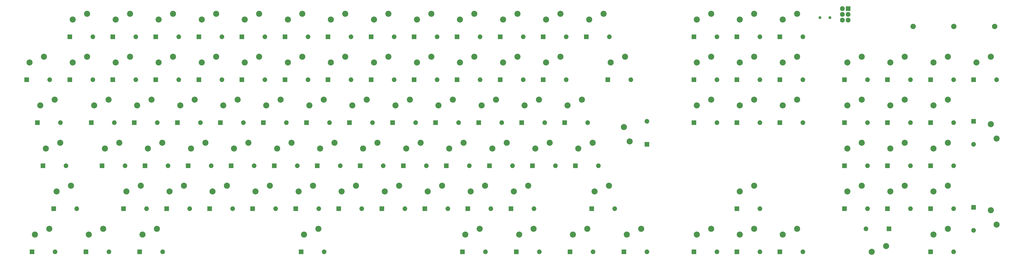
<source format=gbr>
G04 #@! TF.FileFunction,Soldermask,Top*
%FSLAX46Y46*%
G04 Gerber Fmt 4.6, Leading zero omitted, Abs format (unit mm)*
G04 Created by KiCad (PCBNEW 4.0.4-stable) date Wed Dec 14 22:22:49 2016*
%MOMM*%
%LPD*%
G01*
G04 APERTURE LIST*
%ADD10C,0.100000*%
%ADD11C,2.686000*%
%ADD12C,2.051000*%
%ADD13R,2.051000X2.051000*%
%ADD14C,1.299160*%
%ADD15R,2.127200X2.127200*%
%ADD16O,2.127200X2.127200*%
%ADD17C,2.380000*%
G04 APERTURE END LIST*
D10*
D11*
X516326000Y-183342000D03*
X509976000Y-185882000D03*
X497326000Y-183342000D03*
X490976000Y-185882000D03*
X478326000Y-183342000D03*
X471976000Y-185882000D03*
X459326000Y-183342000D03*
X452976000Y-185882000D03*
X497326000Y-202342000D03*
X490976000Y-204882000D03*
X478326000Y-202342000D03*
X471976000Y-204882000D03*
X459326000Y-202342000D03*
X452976000Y-204882000D03*
X497326000Y-221342000D03*
X490976000Y-223882000D03*
X478326000Y-221342000D03*
X471976000Y-223882000D03*
X459326000Y-221342000D03*
X452976000Y-223882000D03*
X497326000Y-240342000D03*
X490976000Y-242882000D03*
X478326000Y-240342000D03*
X471976000Y-242882000D03*
X459326000Y-240342000D03*
X452976000Y-242882000D03*
X497326000Y-259342000D03*
X490976000Y-261882000D03*
X430826000Y-164342000D03*
X424476000Y-166882000D03*
X411826000Y-164342000D03*
X405476000Y-166882000D03*
X392826000Y-164342000D03*
X386476000Y-166882000D03*
X392826000Y-202342000D03*
X386476000Y-204882000D03*
X411826000Y-202342000D03*
X405476000Y-204882000D03*
X430826000Y-202342000D03*
X424476000Y-204882000D03*
X430826000Y-183342000D03*
X424476000Y-185882000D03*
X411826000Y-183342000D03*
X405476000Y-185882000D03*
X345326000Y-164342000D03*
X338976000Y-166882000D03*
X326326000Y-164342000D03*
X319976000Y-166882000D03*
X307326000Y-164342000D03*
X300976000Y-166882000D03*
X288326000Y-164342000D03*
X281976000Y-166882000D03*
X269326000Y-164342000D03*
X262976000Y-166882000D03*
X250326000Y-164342000D03*
X243976000Y-166882000D03*
X231326000Y-164342000D03*
X224976000Y-166882000D03*
X212326000Y-164342000D03*
X205976000Y-166882000D03*
X193326000Y-164342000D03*
X186976000Y-166882000D03*
X174326000Y-164342000D03*
X167976000Y-166882000D03*
X155326000Y-164342000D03*
X148976000Y-166882000D03*
X136326000Y-164342000D03*
X129976000Y-166882000D03*
X100701000Y-259342000D03*
X94351000Y-261882000D03*
X361951000Y-259342000D03*
X355601000Y-261882000D03*
X338201000Y-259342000D03*
X331851000Y-261882000D03*
X314451000Y-259342000D03*
X308101000Y-261882000D03*
X290701000Y-259342000D03*
X284351000Y-261882000D03*
X148201000Y-259342000D03*
X141851000Y-261882000D03*
X124451000Y-259342000D03*
X118101000Y-261882000D03*
X312076000Y-240342000D03*
X305726000Y-242882000D03*
X293076000Y-240342000D03*
X286726000Y-242882000D03*
X274076000Y-240342000D03*
X267726000Y-242882000D03*
X255076000Y-240342000D03*
X248726000Y-242882000D03*
X236076000Y-240342000D03*
X229726000Y-242882000D03*
X217076000Y-240342000D03*
X210726000Y-242882000D03*
X198076000Y-240342000D03*
X191726000Y-242882000D03*
X179076000Y-240342000D03*
X172726000Y-242882000D03*
X160076000Y-240342000D03*
X153726000Y-242882000D03*
X141076000Y-240342000D03*
X134726000Y-242882000D03*
X340576000Y-221342000D03*
X334226000Y-223882000D03*
X321576000Y-221342000D03*
X315226000Y-223882000D03*
X302576000Y-221342000D03*
X296226000Y-223882000D03*
X283576000Y-221342000D03*
X277226000Y-223882000D03*
X264576000Y-221342000D03*
X258226000Y-223882000D03*
X245576000Y-221342000D03*
X239226000Y-223882000D03*
X226576000Y-221342000D03*
X220226000Y-223882000D03*
X207576000Y-221342000D03*
X201226000Y-223882000D03*
X188576000Y-221342000D03*
X182226000Y-223882000D03*
X169576000Y-221342000D03*
X163226000Y-223882000D03*
X150576000Y-221342000D03*
X144226000Y-223882000D03*
X131576000Y-221342000D03*
X125226000Y-223882000D03*
X335826000Y-202342000D03*
X329476000Y-204882000D03*
X297826000Y-202342000D03*
X291476000Y-204882000D03*
X316826000Y-202342000D03*
X310476000Y-204882000D03*
X278826000Y-202342000D03*
X272476000Y-204882000D03*
X259826000Y-202342000D03*
X253476000Y-204882000D03*
X240826000Y-202342000D03*
X234476000Y-204882000D03*
X221826000Y-202342000D03*
X215476000Y-204882000D03*
X202826000Y-202342000D03*
X196476000Y-204882000D03*
X183826000Y-202342000D03*
X177476000Y-204882000D03*
X164826000Y-202342000D03*
X158476000Y-204882000D03*
X145826000Y-202342000D03*
X139476000Y-204882000D03*
X126826000Y-202342000D03*
X120476000Y-204882000D03*
X326326000Y-183342000D03*
X319976000Y-185882000D03*
X307326000Y-183342000D03*
X300976000Y-185882000D03*
X288326000Y-183342000D03*
X281976000Y-185882000D03*
X269326000Y-183342000D03*
X262976000Y-185882000D03*
X250326000Y-183342000D03*
X243976000Y-185882000D03*
X212326000Y-183342000D03*
X205976000Y-185882000D03*
X193326000Y-183342000D03*
X186976000Y-185882000D03*
X155326000Y-183342000D03*
X148976000Y-185882000D03*
X117326000Y-183342000D03*
X110976000Y-185882000D03*
X136326000Y-183342000D03*
X129976000Y-185882000D03*
X174326000Y-183342000D03*
X167976000Y-185882000D03*
X98326000Y-183342000D03*
X91976000Y-185882000D03*
X231326000Y-183342000D03*
X224976000Y-185882000D03*
X103076000Y-202342000D03*
X96726000Y-204882000D03*
X105465000Y-221342000D03*
X99115000Y-223882000D03*
X354351000Y-214402000D03*
X356891000Y-220752000D03*
X347701000Y-240342000D03*
X341351000Y-242882000D03*
X219451000Y-259342000D03*
X213101000Y-261882000D03*
X354826000Y-183342000D03*
X348476000Y-185882000D03*
X392826000Y-259342000D03*
X386476000Y-261882000D03*
X411826000Y-259342000D03*
X405476000Y-261882000D03*
X430826000Y-259342000D03*
X424476000Y-261882000D03*
X411826000Y-240342000D03*
X405476000Y-242882000D03*
X117326000Y-164342000D03*
X110976000Y-166882000D03*
X392826000Y-183342000D03*
X386476000Y-185882000D03*
X518866000Y-257462000D03*
X516326000Y-251112000D03*
X463746000Y-269502000D03*
X470096000Y-266962000D03*
X518866000Y-219462000D03*
X516326000Y-213112000D03*
X110216000Y-240342000D03*
X103866000Y-242882000D03*
D12*
X119866000Y-174502000D03*
D13*
X109706000Y-174502000D03*
D12*
X138866000Y-174502000D03*
D13*
X128706000Y-174502000D03*
D12*
X157866000Y-174502000D03*
D13*
X147706000Y-174502000D03*
D12*
X176866000Y-174502000D03*
D13*
X166706000Y-174502000D03*
D12*
X195866000Y-174502000D03*
D13*
X185706000Y-174502000D03*
D12*
X214866000Y-174502000D03*
D13*
X204706000Y-174502000D03*
D12*
X233866000Y-174502000D03*
D13*
X223706000Y-174502000D03*
D12*
X252866000Y-174502000D03*
D13*
X242706000Y-174502000D03*
D12*
X271866000Y-174502000D03*
D13*
X261706000Y-174502000D03*
D12*
X290866000Y-174502000D03*
D13*
X280706000Y-174502000D03*
D12*
X309866000Y-174502000D03*
D13*
X299706000Y-174502000D03*
D12*
X328866000Y-174502000D03*
D13*
X318706000Y-174502000D03*
D12*
X347866000Y-174502000D03*
D13*
X337706000Y-174502000D03*
D12*
X357366000Y-193502000D03*
D13*
X347206000Y-193502000D03*
D12*
X395366000Y-174502000D03*
D13*
X385206000Y-174502000D03*
D12*
X414366000Y-174502000D03*
D13*
X404206000Y-174502000D03*
D12*
X433366000Y-174502000D03*
D13*
X423206000Y-174502000D03*
D12*
X100866000Y-193502000D03*
D13*
X90706000Y-193502000D03*
D12*
X119866000Y-193502000D03*
D13*
X109706000Y-193502000D03*
D12*
X138866000Y-193502000D03*
D13*
X128706000Y-193502000D03*
D12*
X157866000Y-193502000D03*
D13*
X147706000Y-193502000D03*
D12*
X176866000Y-193502000D03*
D13*
X166706000Y-193502000D03*
D12*
X195866000Y-193502000D03*
D13*
X185706000Y-193502000D03*
D12*
X214866000Y-193502000D03*
D13*
X204706000Y-193502000D03*
D12*
X233866000Y-193502000D03*
D13*
X223706000Y-193502000D03*
D12*
X252866000Y-193502000D03*
D13*
X242706000Y-193502000D03*
D12*
X271866000Y-193502000D03*
D13*
X261706000Y-193502000D03*
D12*
X290866000Y-193502000D03*
D13*
X280706000Y-193502000D03*
D12*
X309866000Y-193502000D03*
D13*
X299706000Y-193502000D03*
D12*
X328866000Y-193502000D03*
D13*
X318706000Y-193502000D03*
D12*
X395366000Y-193502000D03*
D13*
X385206000Y-193502000D03*
D12*
X414366000Y-193502000D03*
D13*
X404206000Y-193502000D03*
D12*
X433366000Y-193502000D03*
D13*
X423206000Y-193502000D03*
D12*
X461866000Y-193502000D03*
D13*
X451706000Y-193502000D03*
D12*
X480866000Y-193502000D03*
D13*
X470706000Y-193502000D03*
D12*
X499866000Y-193502000D03*
D13*
X489706000Y-193502000D03*
D12*
X518866000Y-193502000D03*
D13*
X508706000Y-193502000D03*
D12*
X105616000Y-212502000D03*
D13*
X95456000Y-212502000D03*
D12*
X129366000Y-212502000D03*
D13*
X119206000Y-212502000D03*
D12*
X148366000Y-212502000D03*
D13*
X138206000Y-212502000D03*
D12*
X167366000Y-212502000D03*
D13*
X157206000Y-212502000D03*
D12*
X186366000Y-212502000D03*
D13*
X176206000Y-212502000D03*
D12*
X205366000Y-212502000D03*
D13*
X195206000Y-212502000D03*
D12*
X224366000Y-212502000D03*
D13*
X214206000Y-212502000D03*
D12*
X243366000Y-212502000D03*
D13*
X233206000Y-212502000D03*
D12*
X262366000Y-212502000D03*
D13*
X252206000Y-212502000D03*
D12*
X281366000Y-212502000D03*
D13*
X271206000Y-212502000D03*
D12*
X300366000Y-212502000D03*
D13*
X290206000Y-212502000D03*
D12*
X319366000Y-212502000D03*
D13*
X309206000Y-212502000D03*
D12*
X338366000Y-212502000D03*
D13*
X328206000Y-212502000D03*
D12*
X395366000Y-212502000D03*
D13*
X385206000Y-212502000D03*
D12*
X414366000Y-212502000D03*
D13*
X404206000Y-212502000D03*
D12*
X433366000Y-212502000D03*
D13*
X423206000Y-212502000D03*
D12*
X461866000Y-212502000D03*
D13*
X451706000Y-212502000D03*
D12*
X480866000Y-212502000D03*
D13*
X470706000Y-212502000D03*
D12*
X499866000Y-212502000D03*
D13*
X489706000Y-212502000D03*
D12*
X508706000Y-221996000D03*
D13*
X508706000Y-211836000D03*
D12*
X108005000Y-231502000D03*
D13*
X97845000Y-231502000D03*
D12*
X134116000Y-231502000D03*
D13*
X123956000Y-231502000D03*
D12*
X153116000Y-231502000D03*
D13*
X142956000Y-231502000D03*
D12*
X172116000Y-231502000D03*
D13*
X161956000Y-231502000D03*
D12*
X191116000Y-231502000D03*
D13*
X180956000Y-231502000D03*
D12*
X210116000Y-231502000D03*
D13*
X199956000Y-231502000D03*
D12*
X229116000Y-231502000D03*
D13*
X218956000Y-231502000D03*
D12*
X248116000Y-231502000D03*
D13*
X237956000Y-231502000D03*
D12*
X267116000Y-231502000D03*
D13*
X256956000Y-231502000D03*
D12*
X286116000Y-231502000D03*
D13*
X275956000Y-231502000D03*
D12*
X305116000Y-231502000D03*
D13*
X294956000Y-231502000D03*
D12*
X324116000Y-231502000D03*
D13*
X313956000Y-231502000D03*
D12*
X343116000Y-231502000D03*
D13*
X332956000Y-231502000D03*
D12*
X364490000Y-211836000D03*
D13*
X364490000Y-221996000D03*
D12*
X461866000Y-231502000D03*
D13*
X451706000Y-231502000D03*
D12*
X480866000Y-231502000D03*
D13*
X470706000Y-231502000D03*
D12*
X499866000Y-231502000D03*
D13*
X489706000Y-231502000D03*
D12*
X112756000Y-250502000D03*
D13*
X102596000Y-250502000D03*
D12*
X143616000Y-250502000D03*
D13*
X133456000Y-250502000D03*
D12*
X162616000Y-250502000D03*
D13*
X152456000Y-250502000D03*
D12*
X181616000Y-250502000D03*
D13*
X171456000Y-250502000D03*
D12*
X200616000Y-250502000D03*
D13*
X190456000Y-250502000D03*
D12*
X219616000Y-250502000D03*
D13*
X209456000Y-250502000D03*
D12*
X238616000Y-250502000D03*
D13*
X228456000Y-250502000D03*
D12*
X257616000Y-250502000D03*
D13*
X247456000Y-250502000D03*
D12*
X276616000Y-250502000D03*
D13*
X266456000Y-250502000D03*
D12*
X295616000Y-250502000D03*
D13*
X285456000Y-250502000D03*
D12*
X314616000Y-250502000D03*
D13*
X304456000Y-250502000D03*
D12*
X350241000Y-250502000D03*
D13*
X340081000Y-250502000D03*
D12*
X414366000Y-250502000D03*
D13*
X404206000Y-250502000D03*
D12*
X461866000Y-250502000D03*
D13*
X451706000Y-250502000D03*
D12*
X480866000Y-250502000D03*
D13*
X470706000Y-250502000D03*
D12*
X499866000Y-250502000D03*
D13*
X489706000Y-250502000D03*
D12*
X508706000Y-260002000D03*
D13*
X508706000Y-249842000D03*
D12*
X103241000Y-269502000D03*
D13*
X93081000Y-269502000D03*
D12*
X126991000Y-269502000D03*
D13*
X116831000Y-269502000D03*
D12*
X150741000Y-269502000D03*
D13*
X140581000Y-269502000D03*
D12*
X221991000Y-269502000D03*
D13*
X211831000Y-269502000D03*
D12*
X293241000Y-269502000D03*
D13*
X283081000Y-269502000D03*
D12*
X316991000Y-269502000D03*
D13*
X306831000Y-269502000D03*
D12*
X340741000Y-269502000D03*
D13*
X330581000Y-269502000D03*
D12*
X364491000Y-269502000D03*
D13*
X354331000Y-269502000D03*
D12*
X395366000Y-269502000D03*
D13*
X385206000Y-269502000D03*
D12*
X414366000Y-269502000D03*
D13*
X404206000Y-269502000D03*
D12*
X433366000Y-269502000D03*
D13*
X423206000Y-269502000D03*
D12*
X461206000Y-259342000D03*
D13*
X471366000Y-259342000D03*
D12*
X499866000Y-269502000D03*
D13*
X489706000Y-269502000D03*
D14*
X440900360Y-166050900D03*
X445299640Y-166050900D03*
D15*
X453300000Y-162100000D03*
D16*
X450760000Y-162100000D03*
X453300000Y-164640000D03*
X450760000Y-164640000D03*
X453300000Y-167180000D03*
X450760000Y-167180000D03*
D17*
X482000000Y-170000000D03*
X500000000Y-170000000D03*
X518000000Y-170000000D03*
M02*

</source>
